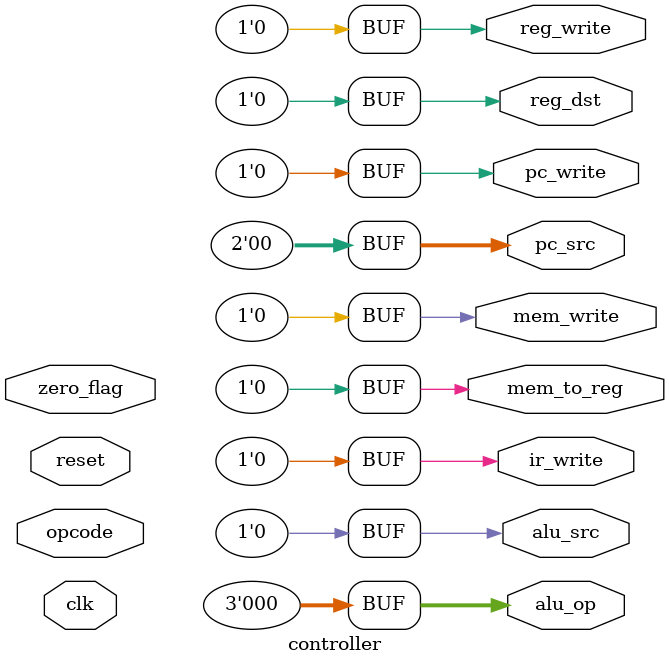
<source format=v>
module controller(
    input clk,
    input reset,
    input [3:0] opcode,
    input zero_flag,
    output reg pc_write,
    output reg ir_write,
    output reg reg_write,
    output reg mem_write,
    output reg alu_src,
    output reg mem_to_reg,
    output  reg reg_dst,
    output reg[2:0] alu_op,
    output reg [1:0] pc_src
);
parameter FETCH=0, DECODE=1, EXECUTE=2, WRITEBACK=3,
MEM_ADDRESS=4, MEM_READ=5,MEM_WRITE=6, BRANCH=7;

reg [2:0]state,next_state;


always @(*)begin
    pc_write=0;
    ir_write=0;
    reg_write=0;
    mem_write=0;
    alu_src=0;
    mem_to_reg=0;
    reg_dst=0;
    alu_op=3'b000;
    pc_src=2'b00;
    case(state)
    FETCH: next_state= DECODE;
    DECODE:begin
    case(opcode)
    4'b0000: next_state=EXECUTE;
    4'b0001: next_state=EXECUTE;
    4'b0010: next_state=EXECUTE;
    4'b0011: next_state=EXECUTE;
    4'b0100: next_state=EXECUTE;
    4'b0101: next_state=EXECUTE;
    4'b0110: next_state=EXECUTE;
    4'b0111: next_state=EXECUTE;
    4'b1000: next_state=MEM_ADDRESS;
    4'b1001: next_state=MEM_ADDRESS;
    4'b1010: next_state=BRANCH;
    4'b1011: next_state=BRANCH;
    default:next_state=FETCH;
    endcase
    end
    EXECUTE: next_state=WRITEBACK;
    WRITEBACK: next_state=FETCH;
    MEM_ADDRESS:begin
        case(opcode)
        4'b1000:next_state=MEM_READ;
        4'b1001:next_state=MEM_WRITE;
        default:next_state=FETCH;
        endcase
    end
    MEM_READ:next_state=FETCH;
    MEM_WRITE:next_state=FETCH;
    default:next_state=FETCH;
    endcase
    
end
always@(*)begin
    case(state)
    FETCH:begin
    ir_write=1;
     pc_write=1;
     pc_src=2'b00; 
    end
    DECODE:begin
    end
    EXECUTE:begin
        alu_op=opcode[2:0];
        if(opcode<=4'b0111)begin
            alu_src=0;
            reg_dst=1; // for R-type
        end
        else if(opcode==4'b1000||opcode==4'b1001)begin
            alu_src=1;
            reg_dst=0;
        end
    end
    WRITEBACK:begin
        if(opcode<=4'b0111)begin
        reg_write=1;
        mem_to_reg=0;
        end
    end
    MEM_ADDRESS:begin
        alu_src=0;
        alu_op=3'b010;
    end
    MEM_READ:begin
        mem_to_reg = 1;
        reg_write=1;
        reg_dst=0; // for I-type
    end
    MEM_WRITE:begin
        mem_write=1;
    end
    BRANCH:begin
        if(zero_flag)begin
            pc_write=1;
        end
        pc_src=2'b01;
    end
    default:;
    endcase
end
always @(posedge clk)begin
    if(reset)
        state<=FETCH;
    else
        state<=next_state;
end    

endmodule
</source>
